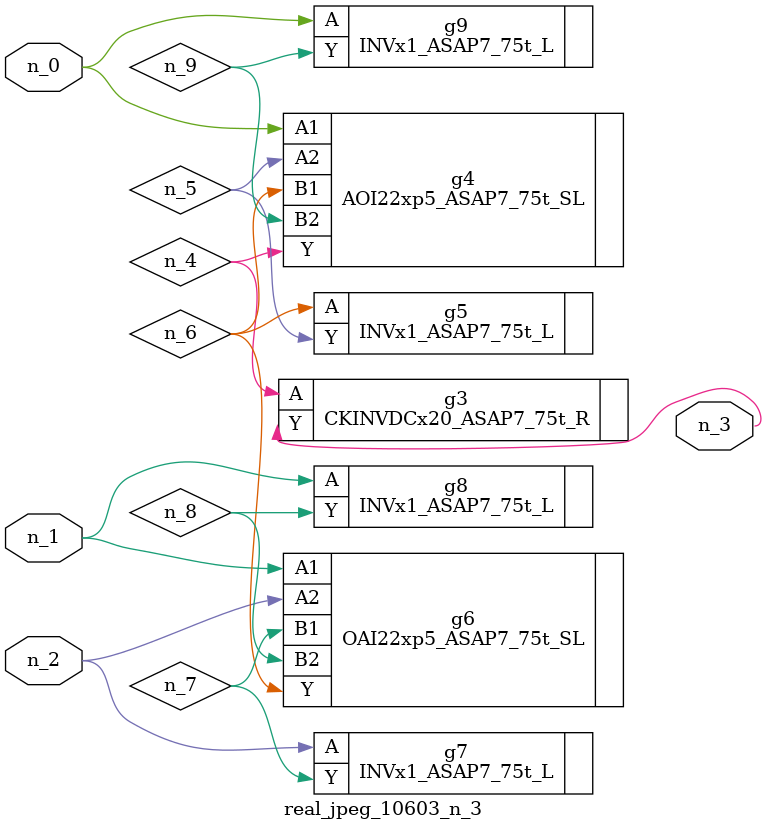
<source format=v>
module real_jpeg_10603_n_3 (n_1, n_0, n_2, n_3);

input n_1;
input n_0;
input n_2;

output n_3;

wire n_5;
wire n_8;
wire n_4;
wire n_6;
wire n_7;
wire n_9;

AOI22xp5_ASAP7_75t_SL g4 ( 
.A1(n_0),
.A2(n_5),
.B1(n_6),
.B2(n_9),
.Y(n_4)
);

INVx1_ASAP7_75t_L g9 ( 
.A(n_0),
.Y(n_9)
);

OAI22xp5_ASAP7_75t_SL g6 ( 
.A1(n_1),
.A2(n_2),
.B1(n_7),
.B2(n_8),
.Y(n_6)
);

INVx1_ASAP7_75t_L g8 ( 
.A(n_1),
.Y(n_8)
);

INVx1_ASAP7_75t_L g7 ( 
.A(n_2),
.Y(n_7)
);

CKINVDCx20_ASAP7_75t_R g3 ( 
.A(n_4),
.Y(n_3)
);

INVx1_ASAP7_75t_L g5 ( 
.A(n_6),
.Y(n_5)
);


endmodule
</source>
